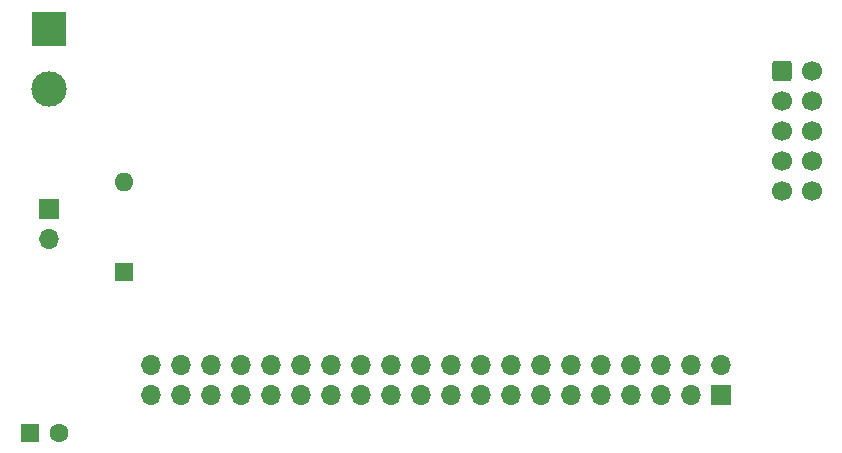
<source format=gbr>
%TF.GenerationSoftware,KiCad,Pcbnew,9.0.0*%
%TF.CreationDate,2025-03-29T21:15:17+01:00*%
%TF.ProjectId,p2000t-ram-expansion-board-128kb-smd-cpld,70323030-3074-42d7-9261-6d2d65787061,4*%
%TF.SameCoordinates,Original*%
%TF.FileFunction,Soldermask,Bot*%
%TF.FilePolarity,Negative*%
%FSLAX46Y46*%
G04 Gerber Fmt 4.6, Leading zero omitted, Abs format (unit mm)*
G04 Created by KiCad (PCBNEW 9.0.0) date 2025-03-29 21:15:17*
%MOMM*%
%LPD*%
G01*
G04 APERTURE LIST*
G04 Aperture macros list*
%AMRoundRect*
0 Rectangle with rounded corners*
0 $1 Rounding radius*
0 $2 $3 $4 $5 $6 $7 $8 $9 X,Y pos of 4 corners*
0 Add a 4 corners polygon primitive as box body*
4,1,4,$2,$3,$4,$5,$6,$7,$8,$9,$2,$3,0*
0 Add four circle primitives for the rounded corners*
1,1,$1+$1,$2,$3*
1,1,$1+$1,$4,$5*
1,1,$1+$1,$6,$7*
1,1,$1+$1,$8,$9*
0 Add four rect primitives between the rounded corners*
20,1,$1+$1,$2,$3,$4,$5,0*
20,1,$1+$1,$4,$5,$6,$7,0*
20,1,$1+$1,$6,$7,$8,$9,0*
20,1,$1+$1,$8,$9,$2,$3,0*%
G04 Aperture macros list end*
%ADD10R,1.600000X1.600000*%
%ADD11O,1.600000X1.600000*%
%ADD12RoundRect,0.250000X-0.600000X-0.600000X0.600000X-0.600000X0.600000X0.600000X-0.600000X0.600000X0*%
%ADD13C,1.700000*%
%ADD14R,1.700000X1.700000*%
%ADD15O,1.700000X1.700000*%
%ADD16C,1.600000*%
%ADD17R,3.000000X3.000000*%
%ADD18C,3.000000*%
G04 APERTURE END LIST*
D10*
%TO.C,D1*%
X48500000Y-70120000D03*
D11*
X48500000Y-62500000D03*
%TD*%
D12*
%TO.C,J4*%
X104210000Y-53090000D03*
D13*
X106750000Y-53090000D03*
X104210000Y-55630000D03*
X106750000Y-55630000D03*
X104210000Y-58170000D03*
X106750000Y-58170000D03*
X104210000Y-60710000D03*
X106750000Y-60710000D03*
X104210000Y-63250000D03*
X106750000Y-63250000D03*
%TD*%
D14*
%TO.C,J2*%
X42158000Y-64770000D03*
D15*
X42158000Y-67310000D03*
%TD*%
D10*
%TO.C,C3*%
X40500000Y-83750000D03*
D16*
X43000000Y-83750000D03*
%TD*%
D17*
%TO.C,J3*%
X42158000Y-49530000D03*
D18*
X42158000Y-54610000D03*
%TD*%
D14*
%TO.C,J1*%
X99055000Y-80518000D03*
D15*
X99055000Y-77978000D03*
X96515000Y-80518000D03*
X96515000Y-77978000D03*
X93975000Y-80518000D03*
X93975000Y-77978000D03*
X91435000Y-80518000D03*
X91435000Y-77978000D03*
X88895000Y-80518000D03*
X88895000Y-77978000D03*
X86355000Y-80518000D03*
X86355000Y-77978000D03*
X83815000Y-80518000D03*
X83815000Y-77978000D03*
X81275000Y-80518000D03*
X81275000Y-77978000D03*
X78735000Y-80518000D03*
X78735000Y-77978000D03*
X76195000Y-80518000D03*
X76195000Y-77978000D03*
X73655000Y-80518000D03*
X73655000Y-77978000D03*
X71115000Y-80518000D03*
X71115000Y-77978000D03*
X68575000Y-80518000D03*
X68575000Y-77978000D03*
X66035000Y-80518000D03*
X66035000Y-77978000D03*
X63495000Y-80518000D03*
X63495000Y-77978000D03*
X60955000Y-80518000D03*
X60955000Y-77978000D03*
X58415000Y-80518000D03*
X58415000Y-77978000D03*
X55875000Y-80518000D03*
X55875000Y-77978000D03*
X53335000Y-80518000D03*
X53335000Y-77978000D03*
X50795000Y-80518000D03*
X50795000Y-77978000D03*
%TD*%
M02*

</source>
